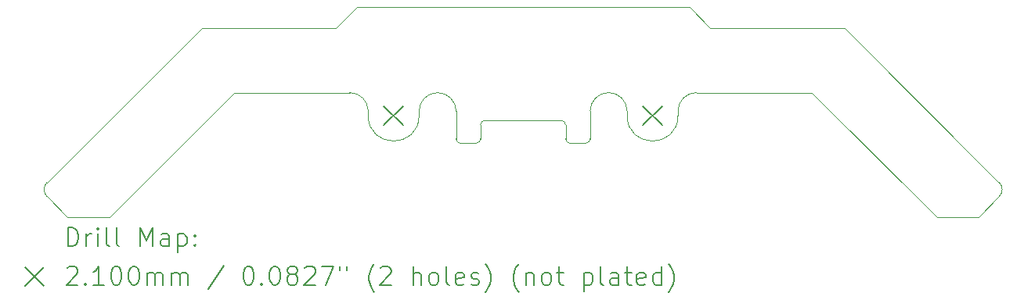
<source format=gbr>
%TF.GenerationSoftware,KiCad,Pcbnew,8.0.4*%
%TF.CreationDate,2024-11-30T14:16:21+01:00*%
%TF.ProjectId,Sensor_PCB,53656e73-6f72-45f5-9043-422e6b696361,rev?*%
%TF.SameCoordinates,Original*%
%TF.FileFunction,Drillmap*%
%TF.FilePolarity,Positive*%
%FSLAX45Y45*%
G04 Gerber Fmt 4.5, Leading zero omitted, Abs format (unit mm)*
G04 Created by KiCad (PCBNEW 8.0.4) date 2024-11-30 14:16:21*
%MOMM*%
%LPD*%
G01*
G04 APERTURE LIST*
%ADD10C,0.050000*%
%ADD11C,0.200000*%
%ADD12C,0.210000*%
G04 APERTURE END LIST*
D10*
X9450000Y-5575000D02*
X9300000Y-5575000D01*
X10400000Y-5575000D02*
G75*
G02*
X10600000Y-5775000I0J-200000D01*
G01*
X9300000Y-4875000D02*
X9525000Y-4650000D01*
X7850000Y-4875000D02*
X9300000Y-4875000D01*
X9650000Y-5825000D02*
X9650000Y-5775000D01*
X11735355Y-5875000D02*
G75*
G02*
X11785350Y-5925000I5J-49990D01*
G01*
X10200000Y-5775000D02*
G75*
G02*
X10400000Y-5575000I200000J0D01*
G01*
X12250000Y-5575000D02*
G75*
G02*
X12450000Y-5775000I0J-200000D01*
G01*
X16475000Y-6550000D02*
G75*
G02*
X16475000Y-6700000I-75000J-75000D01*
G01*
X13350000Y-4875000D02*
X13125000Y-4650000D01*
X14800000Y-4875000D02*
X16475000Y-6550000D01*
X14450000Y-5575000D02*
X15800000Y-6925000D01*
X10864645Y-5925355D02*
X10864645Y-6075000D01*
X11835355Y-6125000D02*
G75*
G02*
X11785350Y-6075000I5J50010D01*
G01*
X14800000Y-4875000D02*
X13350000Y-4875000D01*
X13000000Y-5775000D02*
X13000000Y-5825000D01*
X7850000Y-4875000D02*
X6175000Y-6550000D01*
X13350000Y-5575000D02*
X14450000Y-5575000D01*
X8200000Y-5575000D02*
X6850000Y-6925000D01*
X6400000Y-6925000D02*
X6175000Y-6700000D01*
X12050000Y-5775000D02*
X12050000Y-6075000D01*
X10650000Y-6125000D02*
G75*
G02*
X10600000Y-6075000I0J50000D01*
G01*
X9450000Y-5575000D02*
G75*
G02*
X9650000Y-5775000I0J-200000D01*
G01*
X12000000Y-6125000D02*
X11850000Y-6125000D01*
X6850000Y-6925000D02*
X6400000Y-6925000D01*
X12050000Y-6075000D02*
G75*
G02*
X12000000Y-6125000I-50000J0D01*
G01*
X12450000Y-5825000D02*
X12450000Y-5775000D01*
X16475000Y-6700000D02*
X16250000Y-6925000D01*
X12050000Y-5775000D02*
G75*
G02*
X12250000Y-5575000I200000J0D01*
G01*
X13000000Y-5775000D02*
G75*
G02*
X13200000Y-5575000I200000J0D01*
G01*
X9525000Y-4650000D02*
X11325000Y-4650000D01*
X13350000Y-5575000D02*
X13200000Y-5575000D01*
X13000000Y-5825000D02*
G75*
G02*
X12450000Y-5825000I-275000J0D01*
G01*
X10800000Y-6125000D02*
X10650000Y-6125000D01*
X10864645Y-6075000D02*
G75*
G02*
X10814645Y-6124995I-49995J0D01*
G01*
X9300000Y-5575000D02*
X8200000Y-5575000D01*
X10600000Y-5775000D02*
X10600000Y-6075000D01*
X11850000Y-6125000D02*
X11835355Y-6125000D01*
X10800000Y-6125000D02*
X10814645Y-6125000D01*
X10864645Y-5925000D02*
G75*
G02*
X10914645Y-5874995I50005J0D01*
G01*
X10200000Y-5825000D02*
G75*
G02*
X9650000Y-5825000I-275000J0D01*
G01*
X11785355Y-6075000D02*
X11785355Y-5925000D01*
X10914645Y-5875000D02*
X11735355Y-5875000D01*
X15800000Y-6925000D02*
X16250000Y-6925000D01*
X13125000Y-4650000D02*
X11325000Y-4650000D01*
X10200000Y-5825000D02*
X10200000Y-5775000D01*
X6175000Y-6700000D02*
G75*
G02*
X6175000Y-6550000I75000J75000D01*
G01*
D11*
D12*
X9820000Y-5720000D02*
X10030000Y-5930000D01*
X10030000Y-5720000D02*
X9820000Y-5930000D01*
X12620000Y-5720000D02*
X12830000Y-5930000D01*
X12830000Y-5720000D02*
X12620000Y-5930000D01*
D11*
X6402211Y-7238984D02*
X6402211Y-7038984D01*
X6402211Y-7038984D02*
X6449830Y-7038984D01*
X6449830Y-7038984D02*
X6478401Y-7048508D01*
X6478401Y-7048508D02*
X6497449Y-7067555D01*
X6497449Y-7067555D02*
X6506973Y-7086603D01*
X6506973Y-7086603D02*
X6516496Y-7124698D01*
X6516496Y-7124698D02*
X6516496Y-7153269D01*
X6516496Y-7153269D02*
X6506973Y-7191365D01*
X6506973Y-7191365D02*
X6497449Y-7210412D01*
X6497449Y-7210412D02*
X6478401Y-7229460D01*
X6478401Y-7229460D02*
X6449830Y-7238984D01*
X6449830Y-7238984D02*
X6402211Y-7238984D01*
X6602211Y-7238984D02*
X6602211Y-7105650D01*
X6602211Y-7143746D02*
X6611735Y-7124698D01*
X6611735Y-7124698D02*
X6621258Y-7115174D01*
X6621258Y-7115174D02*
X6640306Y-7105650D01*
X6640306Y-7105650D02*
X6659354Y-7105650D01*
X6726020Y-7238984D02*
X6726020Y-7105650D01*
X6726020Y-7038984D02*
X6716496Y-7048508D01*
X6716496Y-7048508D02*
X6726020Y-7058031D01*
X6726020Y-7058031D02*
X6735544Y-7048508D01*
X6735544Y-7048508D02*
X6726020Y-7038984D01*
X6726020Y-7038984D02*
X6726020Y-7058031D01*
X6849830Y-7238984D02*
X6830782Y-7229460D01*
X6830782Y-7229460D02*
X6821258Y-7210412D01*
X6821258Y-7210412D02*
X6821258Y-7038984D01*
X6954592Y-7238984D02*
X6935544Y-7229460D01*
X6935544Y-7229460D02*
X6926020Y-7210412D01*
X6926020Y-7210412D02*
X6926020Y-7038984D01*
X7183163Y-7238984D02*
X7183163Y-7038984D01*
X7183163Y-7038984D02*
X7249830Y-7181841D01*
X7249830Y-7181841D02*
X7316496Y-7038984D01*
X7316496Y-7038984D02*
X7316496Y-7238984D01*
X7497449Y-7238984D02*
X7497449Y-7134222D01*
X7497449Y-7134222D02*
X7487925Y-7115174D01*
X7487925Y-7115174D02*
X7468877Y-7105650D01*
X7468877Y-7105650D02*
X7430782Y-7105650D01*
X7430782Y-7105650D02*
X7411735Y-7115174D01*
X7497449Y-7229460D02*
X7478401Y-7238984D01*
X7478401Y-7238984D02*
X7430782Y-7238984D01*
X7430782Y-7238984D02*
X7411735Y-7229460D01*
X7411735Y-7229460D02*
X7402211Y-7210412D01*
X7402211Y-7210412D02*
X7402211Y-7191365D01*
X7402211Y-7191365D02*
X7411735Y-7172317D01*
X7411735Y-7172317D02*
X7430782Y-7162793D01*
X7430782Y-7162793D02*
X7478401Y-7162793D01*
X7478401Y-7162793D02*
X7497449Y-7153269D01*
X7592687Y-7105650D02*
X7592687Y-7305650D01*
X7592687Y-7115174D02*
X7611735Y-7105650D01*
X7611735Y-7105650D02*
X7649830Y-7105650D01*
X7649830Y-7105650D02*
X7668877Y-7115174D01*
X7668877Y-7115174D02*
X7678401Y-7124698D01*
X7678401Y-7124698D02*
X7687925Y-7143746D01*
X7687925Y-7143746D02*
X7687925Y-7200888D01*
X7687925Y-7200888D02*
X7678401Y-7219936D01*
X7678401Y-7219936D02*
X7668877Y-7229460D01*
X7668877Y-7229460D02*
X7649830Y-7238984D01*
X7649830Y-7238984D02*
X7611735Y-7238984D01*
X7611735Y-7238984D02*
X7592687Y-7229460D01*
X7773639Y-7219936D02*
X7783163Y-7229460D01*
X7783163Y-7229460D02*
X7773639Y-7238984D01*
X7773639Y-7238984D02*
X7764116Y-7229460D01*
X7764116Y-7229460D02*
X7773639Y-7219936D01*
X7773639Y-7219936D02*
X7773639Y-7238984D01*
X7773639Y-7115174D02*
X7783163Y-7124698D01*
X7783163Y-7124698D02*
X7773639Y-7134222D01*
X7773639Y-7134222D02*
X7764116Y-7124698D01*
X7764116Y-7124698D02*
X7773639Y-7115174D01*
X7773639Y-7115174D02*
X7773639Y-7134222D01*
X5941434Y-7467500D02*
X6141434Y-7667500D01*
X6141434Y-7467500D02*
X5941434Y-7667500D01*
X6392687Y-7478031D02*
X6402211Y-7468508D01*
X6402211Y-7468508D02*
X6421258Y-7458984D01*
X6421258Y-7458984D02*
X6468877Y-7458984D01*
X6468877Y-7458984D02*
X6487925Y-7468508D01*
X6487925Y-7468508D02*
X6497449Y-7478031D01*
X6497449Y-7478031D02*
X6506973Y-7497079D01*
X6506973Y-7497079D02*
X6506973Y-7516127D01*
X6506973Y-7516127D02*
X6497449Y-7544698D01*
X6497449Y-7544698D02*
X6383163Y-7658984D01*
X6383163Y-7658984D02*
X6506973Y-7658984D01*
X6592687Y-7639936D02*
X6602211Y-7649460D01*
X6602211Y-7649460D02*
X6592687Y-7658984D01*
X6592687Y-7658984D02*
X6583163Y-7649460D01*
X6583163Y-7649460D02*
X6592687Y-7639936D01*
X6592687Y-7639936D02*
X6592687Y-7658984D01*
X6792687Y-7658984D02*
X6678401Y-7658984D01*
X6735544Y-7658984D02*
X6735544Y-7458984D01*
X6735544Y-7458984D02*
X6716496Y-7487555D01*
X6716496Y-7487555D02*
X6697449Y-7506603D01*
X6697449Y-7506603D02*
X6678401Y-7516127D01*
X6916496Y-7458984D02*
X6935544Y-7458984D01*
X6935544Y-7458984D02*
X6954592Y-7468508D01*
X6954592Y-7468508D02*
X6964116Y-7478031D01*
X6964116Y-7478031D02*
X6973639Y-7497079D01*
X6973639Y-7497079D02*
X6983163Y-7535174D01*
X6983163Y-7535174D02*
X6983163Y-7582793D01*
X6983163Y-7582793D02*
X6973639Y-7620888D01*
X6973639Y-7620888D02*
X6964116Y-7639936D01*
X6964116Y-7639936D02*
X6954592Y-7649460D01*
X6954592Y-7649460D02*
X6935544Y-7658984D01*
X6935544Y-7658984D02*
X6916496Y-7658984D01*
X6916496Y-7658984D02*
X6897449Y-7649460D01*
X6897449Y-7649460D02*
X6887925Y-7639936D01*
X6887925Y-7639936D02*
X6878401Y-7620888D01*
X6878401Y-7620888D02*
X6868877Y-7582793D01*
X6868877Y-7582793D02*
X6868877Y-7535174D01*
X6868877Y-7535174D02*
X6878401Y-7497079D01*
X6878401Y-7497079D02*
X6887925Y-7478031D01*
X6887925Y-7478031D02*
X6897449Y-7468508D01*
X6897449Y-7468508D02*
X6916496Y-7458984D01*
X7106973Y-7458984D02*
X7126020Y-7458984D01*
X7126020Y-7458984D02*
X7145068Y-7468508D01*
X7145068Y-7468508D02*
X7154592Y-7478031D01*
X7154592Y-7478031D02*
X7164116Y-7497079D01*
X7164116Y-7497079D02*
X7173639Y-7535174D01*
X7173639Y-7535174D02*
X7173639Y-7582793D01*
X7173639Y-7582793D02*
X7164116Y-7620888D01*
X7164116Y-7620888D02*
X7154592Y-7639936D01*
X7154592Y-7639936D02*
X7145068Y-7649460D01*
X7145068Y-7649460D02*
X7126020Y-7658984D01*
X7126020Y-7658984D02*
X7106973Y-7658984D01*
X7106973Y-7658984D02*
X7087925Y-7649460D01*
X7087925Y-7649460D02*
X7078401Y-7639936D01*
X7078401Y-7639936D02*
X7068877Y-7620888D01*
X7068877Y-7620888D02*
X7059354Y-7582793D01*
X7059354Y-7582793D02*
X7059354Y-7535174D01*
X7059354Y-7535174D02*
X7068877Y-7497079D01*
X7068877Y-7497079D02*
X7078401Y-7478031D01*
X7078401Y-7478031D02*
X7087925Y-7468508D01*
X7087925Y-7468508D02*
X7106973Y-7458984D01*
X7259354Y-7658984D02*
X7259354Y-7525650D01*
X7259354Y-7544698D02*
X7268877Y-7535174D01*
X7268877Y-7535174D02*
X7287925Y-7525650D01*
X7287925Y-7525650D02*
X7316497Y-7525650D01*
X7316497Y-7525650D02*
X7335544Y-7535174D01*
X7335544Y-7535174D02*
X7345068Y-7554222D01*
X7345068Y-7554222D02*
X7345068Y-7658984D01*
X7345068Y-7554222D02*
X7354592Y-7535174D01*
X7354592Y-7535174D02*
X7373639Y-7525650D01*
X7373639Y-7525650D02*
X7402211Y-7525650D01*
X7402211Y-7525650D02*
X7421258Y-7535174D01*
X7421258Y-7535174D02*
X7430782Y-7554222D01*
X7430782Y-7554222D02*
X7430782Y-7658984D01*
X7526020Y-7658984D02*
X7526020Y-7525650D01*
X7526020Y-7544698D02*
X7535544Y-7535174D01*
X7535544Y-7535174D02*
X7554592Y-7525650D01*
X7554592Y-7525650D02*
X7583163Y-7525650D01*
X7583163Y-7525650D02*
X7602211Y-7535174D01*
X7602211Y-7535174D02*
X7611735Y-7554222D01*
X7611735Y-7554222D02*
X7611735Y-7658984D01*
X7611735Y-7554222D02*
X7621258Y-7535174D01*
X7621258Y-7535174D02*
X7640306Y-7525650D01*
X7640306Y-7525650D02*
X7668877Y-7525650D01*
X7668877Y-7525650D02*
X7687925Y-7535174D01*
X7687925Y-7535174D02*
X7697449Y-7554222D01*
X7697449Y-7554222D02*
X7697449Y-7658984D01*
X8087925Y-7449460D02*
X7916497Y-7706603D01*
X8345068Y-7458984D02*
X8364116Y-7458984D01*
X8364116Y-7458984D02*
X8383163Y-7468508D01*
X8383163Y-7468508D02*
X8392687Y-7478031D01*
X8392687Y-7478031D02*
X8402211Y-7497079D01*
X8402211Y-7497079D02*
X8411735Y-7535174D01*
X8411735Y-7535174D02*
X8411735Y-7582793D01*
X8411735Y-7582793D02*
X8402211Y-7620888D01*
X8402211Y-7620888D02*
X8392687Y-7639936D01*
X8392687Y-7639936D02*
X8383163Y-7649460D01*
X8383163Y-7649460D02*
X8364116Y-7658984D01*
X8364116Y-7658984D02*
X8345068Y-7658984D01*
X8345068Y-7658984D02*
X8326020Y-7649460D01*
X8326020Y-7649460D02*
X8316497Y-7639936D01*
X8316497Y-7639936D02*
X8306973Y-7620888D01*
X8306973Y-7620888D02*
X8297449Y-7582793D01*
X8297449Y-7582793D02*
X8297449Y-7535174D01*
X8297449Y-7535174D02*
X8306973Y-7497079D01*
X8306973Y-7497079D02*
X8316497Y-7478031D01*
X8316497Y-7478031D02*
X8326020Y-7468508D01*
X8326020Y-7468508D02*
X8345068Y-7458984D01*
X8497449Y-7639936D02*
X8506973Y-7649460D01*
X8506973Y-7649460D02*
X8497449Y-7658984D01*
X8497449Y-7658984D02*
X8487925Y-7649460D01*
X8487925Y-7649460D02*
X8497449Y-7639936D01*
X8497449Y-7639936D02*
X8497449Y-7658984D01*
X8630782Y-7458984D02*
X8649830Y-7458984D01*
X8649830Y-7458984D02*
X8668878Y-7468508D01*
X8668878Y-7468508D02*
X8678402Y-7478031D01*
X8678402Y-7478031D02*
X8687925Y-7497079D01*
X8687925Y-7497079D02*
X8697449Y-7535174D01*
X8697449Y-7535174D02*
X8697449Y-7582793D01*
X8697449Y-7582793D02*
X8687925Y-7620888D01*
X8687925Y-7620888D02*
X8678402Y-7639936D01*
X8678402Y-7639936D02*
X8668878Y-7649460D01*
X8668878Y-7649460D02*
X8649830Y-7658984D01*
X8649830Y-7658984D02*
X8630782Y-7658984D01*
X8630782Y-7658984D02*
X8611735Y-7649460D01*
X8611735Y-7649460D02*
X8602211Y-7639936D01*
X8602211Y-7639936D02*
X8592687Y-7620888D01*
X8592687Y-7620888D02*
X8583163Y-7582793D01*
X8583163Y-7582793D02*
X8583163Y-7535174D01*
X8583163Y-7535174D02*
X8592687Y-7497079D01*
X8592687Y-7497079D02*
X8602211Y-7478031D01*
X8602211Y-7478031D02*
X8611735Y-7468508D01*
X8611735Y-7468508D02*
X8630782Y-7458984D01*
X8811735Y-7544698D02*
X8792687Y-7535174D01*
X8792687Y-7535174D02*
X8783163Y-7525650D01*
X8783163Y-7525650D02*
X8773640Y-7506603D01*
X8773640Y-7506603D02*
X8773640Y-7497079D01*
X8773640Y-7497079D02*
X8783163Y-7478031D01*
X8783163Y-7478031D02*
X8792687Y-7468508D01*
X8792687Y-7468508D02*
X8811735Y-7458984D01*
X8811735Y-7458984D02*
X8849830Y-7458984D01*
X8849830Y-7458984D02*
X8868878Y-7468508D01*
X8868878Y-7468508D02*
X8878402Y-7478031D01*
X8878402Y-7478031D02*
X8887925Y-7497079D01*
X8887925Y-7497079D02*
X8887925Y-7506603D01*
X8887925Y-7506603D02*
X8878402Y-7525650D01*
X8878402Y-7525650D02*
X8868878Y-7535174D01*
X8868878Y-7535174D02*
X8849830Y-7544698D01*
X8849830Y-7544698D02*
X8811735Y-7544698D01*
X8811735Y-7544698D02*
X8792687Y-7554222D01*
X8792687Y-7554222D02*
X8783163Y-7563746D01*
X8783163Y-7563746D02*
X8773640Y-7582793D01*
X8773640Y-7582793D02*
X8773640Y-7620888D01*
X8773640Y-7620888D02*
X8783163Y-7639936D01*
X8783163Y-7639936D02*
X8792687Y-7649460D01*
X8792687Y-7649460D02*
X8811735Y-7658984D01*
X8811735Y-7658984D02*
X8849830Y-7658984D01*
X8849830Y-7658984D02*
X8868878Y-7649460D01*
X8868878Y-7649460D02*
X8878402Y-7639936D01*
X8878402Y-7639936D02*
X8887925Y-7620888D01*
X8887925Y-7620888D02*
X8887925Y-7582793D01*
X8887925Y-7582793D02*
X8878402Y-7563746D01*
X8878402Y-7563746D02*
X8868878Y-7554222D01*
X8868878Y-7554222D02*
X8849830Y-7544698D01*
X8964116Y-7478031D02*
X8973640Y-7468508D01*
X8973640Y-7468508D02*
X8992687Y-7458984D01*
X8992687Y-7458984D02*
X9040306Y-7458984D01*
X9040306Y-7458984D02*
X9059354Y-7468508D01*
X9059354Y-7468508D02*
X9068878Y-7478031D01*
X9068878Y-7478031D02*
X9078402Y-7497079D01*
X9078402Y-7497079D02*
X9078402Y-7516127D01*
X9078402Y-7516127D02*
X9068878Y-7544698D01*
X9068878Y-7544698D02*
X8954592Y-7658984D01*
X8954592Y-7658984D02*
X9078402Y-7658984D01*
X9145068Y-7458984D02*
X9278402Y-7458984D01*
X9278402Y-7458984D02*
X9192687Y-7658984D01*
X9345068Y-7458984D02*
X9345068Y-7497079D01*
X9421259Y-7458984D02*
X9421259Y-7497079D01*
X9716497Y-7735174D02*
X9706973Y-7725650D01*
X9706973Y-7725650D02*
X9687925Y-7697079D01*
X9687925Y-7697079D02*
X9678402Y-7678031D01*
X9678402Y-7678031D02*
X9668878Y-7649460D01*
X9668878Y-7649460D02*
X9659354Y-7601841D01*
X9659354Y-7601841D02*
X9659354Y-7563746D01*
X9659354Y-7563746D02*
X9668878Y-7516127D01*
X9668878Y-7516127D02*
X9678402Y-7487555D01*
X9678402Y-7487555D02*
X9687925Y-7468508D01*
X9687925Y-7468508D02*
X9706973Y-7439936D01*
X9706973Y-7439936D02*
X9716497Y-7430412D01*
X9783164Y-7478031D02*
X9792687Y-7468508D01*
X9792687Y-7468508D02*
X9811735Y-7458984D01*
X9811735Y-7458984D02*
X9859354Y-7458984D01*
X9859354Y-7458984D02*
X9878402Y-7468508D01*
X9878402Y-7468508D02*
X9887925Y-7478031D01*
X9887925Y-7478031D02*
X9897449Y-7497079D01*
X9897449Y-7497079D02*
X9897449Y-7516127D01*
X9897449Y-7516127D02*
X9887925Y-7544698D01*
X9887925Y-7544698D02*
X9773640Y-7658984D01*
X9773640Y-7658984D02*
X9897449Y-7658984D01*
X10135545Y-7658984D02*
X10135545Y-7458984D01*
X10221259Y-7658984D02*
X10221259Y-7554222D01*
X10221259Y-7554222D02*
X10211735Y-7535174D01*
X10211735Y-7535174D02*
X10192687Y-7525650D01*
X10192687Y-7525650D02*
X10164116Y-7525650D01*
X10164116Y-7525650D02*
X10145068Y-7535174D01*
X10145068Y-7535174D02*
X10135545Y-7544698D01*
X10345068Y-7658984D02*
X10326021Y-7649460D01*
X10326021Y-7649460D02*
X10316497Y-7639936D01*
X10316497Y-7639936D02*
X10306973Y-7620888D01*
X10306973Y-7620888D02*
X10306973Y-7563746D01*
X10306973Y-7563746D02*
X10316497Y-7544698D01*
X10316497Y-7544698D02*
X10326021Y-7535174D01*
X10326021Y-7535174D02*
X10345068Y-7525650D01*
X10345068Y-7525650D02*
X10373640Y-7525650D01*
X10373640Y-7525650D02*
X10392687Y-7535174D01*
X10392687Y-7535174D02*
X10402211Y-7544698D01*
X10402211Y-7544698D02*
X10411735Y-7563746D01*
X10411735Y-7563746D02*
X10411735Y-7620888D01*
X10411735Y-7620888D02*
X10402211Y-7639936D01*
X10402211Y-7639936D02*
X10392687Y-7649460D01*
X10392687Y-7649460D02*
X10373640Y-7658984D01*
X10373640Y-7658984D02*
X10345068Y-7658984D01*
X10526021Y-7658984D02*
X10506973Y-7649460D01*
X10506973Y-7649460D02*
X10497449Y-7630412D01*
X10497449Y-7630412D02*
X10497449Y-7458984D01*
X10678402Y-7649460D02*
X10659354Y-7658984D01*
X10659354Y-7658984D02*
X10621259Y-7658984D01*
X10621259Y-7658984D02*
X10602211Y-7649460D01*
X10602211Y-7649460D02*
X10592687Y-7630412D01*
X10592687Y-7630412D02*
X10592687Y-7554222D01*
X10592687Y-7554222D02*
X10602211Y-7535174D01*
X10602211Y-7535174D02*
X10621259Y-7525650D01*
X10621259Y-7525650D02*
X10659354Y-7525650D01*
X10659354Y-7525650D02*
X10678402Y-7535174D01*
X10678402Y-7535174D02*
X10687926Y-7554222D01*
X10687926Y-7554222D02*
X10687926Y-7573269D01*
X10687926Y-7573269D02*
X10592687Y-7592317D01*
X10764116Y-7649460D02*
X10783164Y-7658984D01*
X10783164Y-7658984D02*
X10821259Y-7658984D01*
X10821259Y-7658984D02*
X10840307Y-7649460D01*
X10840307Y-7649460D02*
X10849830Y-7630412D01*
X10849830Y-7630412D02*
X10849830Y-7620888D01*
X10849830Y-7620888D02*
X10840307Y-7601841D01*
X10840307Y-7601841D02*
X10821259Y-7592317D01*
X10821259Y-7592317D02*
X10792687Y-7592317D01*
X10792687Y-7592317D02*
X10773640Y-7582793D01*
X10773640Y-7582793D02*
X10764116Y-7563746D01*
X10764116Y-7563746D02*
X10764116Y-7554222D01*
X10764116Y-7554222D02*
X10773640Y-7535174D01*
X10773640Y-7535174D02*
X10792687Y-7525650D01*
X10792687Y-7525650D02*
X10821259Y-7525650D01*
X10821259Y-7525650D02*
X10840307Y-7535174D01*
X10916497Y-7735174D02*
X10926021Y-7725650D01*
X10926021Y-7725650D02*
X10945068Y-7697079D01*
X10945068Y-7697079D02*
X10954592Y-7678031D01*
X10954592Y-7678031D02*
X10964116Y-7649460D01*
X10964116Y-7649460D02*
X10973640Y-7601841D01*
X10973640Y-7601841D02*
X10973640Y-7563746D01*
X10973640Y-7563746D02*
X10964116Y-7516127D01*
X10964116Y-7516127D02*
X10954592Y-7487555D01*
X10954592Y-7487555D02*
X10945068Y-7468508D01*
X10945068Y-7468508D02*
X10926021Y-7439936D01*
X10926021Y-7439936D02*
X10916497Y-7430412D01*
X11278402Y-7735174D02*
X11268878Y-7725650D01*
X11268878Y-7725650D02*
X11249830Y-7697079D01*
X11249830Y-7697079D02*
X11240306Y-7678031D01*
X11240306Y-7678031D02*
X11230783Y-7649460D01*
X11230783Y-7649460D02*
X11221259Y-7601841D01*
X11221259Y-7601841D02*
X11221259Y-7563746D01*
X11221259Y-7563746D02*
X11230783Y-7516127D01*
X11230783Y-7516127D02*
X11240306Y-7487555D01*
X11240306Y-7487555D02*
X11249830Y-7468508D01*
X11249830Y-7468508D02*
X11268878Y-7439936D01*
X11268878Y-7439936D02*
X11278402Y-7430412D01*
X11354592Y-7525650D02*
X11354592Y-7658984D01*
X11354592Y-7544698D02*
X11364116Y-7535174D01*
X11364116Y-7535174D02*
X11383164Y-7525650D01*
X11383164Y-7525650D02*
X11411735Y-7525650D01*
X11411735Y-7525650D02*
X11430783Y-7535174D01*
X11430783Y-7535174D02*
X11440306Y-7554222D01*
X11440306Y-7554222D02*
X11440306Y-7658984D01*
X11564116Y-7658984D02*
X11545068Y-7649460D01*
X11545068Y-7649460D02*
X11535545Y-7639936D01*
X11535545Y-7639936D02*
X11526021Y-7620888D01*
X11526021Y-7620888D02*
X11526021Y-7563746D01*
X11526021Y-7563746D02*
X11535545Y-7544698D01*
X11535545Y-7544698D02*
X11545068Y-7535174D01*
X11545068Y-7535174D02*
X11564116Y-7525650D01*
X11564116Y-7525650D02*
X11592687Y-7525650D01*
X11592687Y-7525650D02*
X11611735Y-7535174D01*
X11611735Y-7535174D02*
X11621259Y-7544698D01*
X11621259Y-7544698D02*
X11630783Y-7563746D01*
X11630783Y-7563746D02*
X11630783Y-7620888D01*
X11630783Y-7620888D02*
X11621259Y-7639936D01*
X11621259Y-7639936D02*
X11611735Y-7649460D01*
X11611735Y-7649460D02*
X11592687Y-7658984D01*
X11592687Y-7658984D02*
X11564116Y-7658984D01*
X11687926Y-7525650D02*
X11764116Y-7525650D01*
X11716497Y-7458984D02*
X11716497Y-7630412D01*
X11716497Y-7630412D02*
X11726021Y-7649460D01*
X11726021Y-7649460D02*
X11745068Y-7658984D01*
X11745068Y-7658984D02*
X11764116Y-7658984D01*
X11983164Y-7525650D02*
X11983164Y-7725650D01*
X11983164Y-7535174D02*
X12002211Y-7525650D01*
X12002211Y-7525650D02*
X12040307Y-7525650D01*
X12040307Y-7525650D02*
X12059354Y-7535174D01*
X12059354Y-7535174D02*
X12068878Y-7544698D01*
X12068878Y-7544698D02*
X12078402Y-7563746D01*
X12078402Y-7563746D02*
X12078402Y-7620888D01*
X12078402Y-7620888D02*
X12068878Y-7639936D01*
X12068878Y-7639936D02*
X12059354Y-7649460D01*
X12059354Y-7649460D02*
X12040307Y-7658984D01*
X12040307Y-7658984D02*
X12002211Y-7658984D01*
X12002211Y-7658984D02*
X11983164Y-7649460D01*
X12192687Y-7658984D02*
X12173640Y-7649460D01*
X12173640Y-7649460D02*
X12164116Y-7630412D01*
X12164116Y-7630412D02*
X12164116Y-7458984D01*
X12354592Y-7658984D02*
X12354592Y-7554222D01*
X12354592Y-7554222D02*
X12345068Y-7535174D01*
X12345068Y-7535174D02*
X12326021Y-7525650D01*
X12326021Y-7525650D02*
X12287926Y-7525650D01*
X12287926Y-7525650D02*
X12268878Y-7535174D01*
X12354592Y-7649460D02*
X12335545Y-7658984D01*
X12335545Y-7658984D02*
X12287926Y-7658984D01*
X12287926Y-7658984D02*
X12268878Y-7649460D01*
X12268878Y-7649460D02*
X12259354Y-7630412D01*
X12259354Y-7630412D02*
X12259354Y-7611365D01*
X12259354Y-7611365D02*
X12268878Y-7592317D01*
X12268878Y-7592317D02*
X12287926Y-7582793D01*
X12287926Y-7582793D02*
X12335545Y-7582793D01*
X12335545Y-7582793D02*
X12354592Y-7573269D01*
X12421259Y-7525650D02*
X12497449Y-7525650D01*
X12449830Y-7458984D02*
X12449830Y-7630412D01*
X12449830Y-7630412D02*
X12459354Y-7649460D01*
X12459354Y-7649460D02*
X12478402Y-7658984D01*
X12478402Y-7658984D02*
X12497449Y-7658984D01*
X12640307Y-7649460D02*
X12621259Y-7658984D01*
X12621259Y-7658984D02*
X12583164Y-7658984D01*
X12583164Y-7658984D02*
X12564116Y-7649460D01*
X12564116Y-7649460D02*
X12554592Y-7630412D01*
X12554592Y-7630412D02*
X12554592Y-7554222D01*
X12554592Y-7554222D02*
X12564116Y-7535174D01*
X12564116Y-7535174D02*
X12583164Y-7525650D01*
X12583164Y-7525650D02*
X12621259Y-7525650D01*
X12621259Y-7525650D02*
X12640307Y-7535174D01*
X12640307Y-7535174D02*
X12649830Y-7554222D01*
X12649830Y-7554222D02*
X12649830Y-7573269D01*
X12649830Y-7573269D02*
X12554592Y-7592317D01*
X12821259Y-7658984D02*
X12821259Y-7458984D01*
X12821259Y-7649460D02*
X12802211Y-7658984D01*
X12802211Y-7658984D02*
X12764116Y-7658984D01*
X12764116Y-7658984D02*
X12745068Y-7649460D01*
X12745068Y-7649460D02*
X12735545Y-7639936D01*
X12735545Y-7639936D02*
X12726021Y-7620888D01*
X12726021Y-7620888D02*
X12726021Y-7563746D01*
X12726021Y-7563746D02*
X12735545Y-7544698D01*
X12735545Y-7544698D02*
X12745068Y-7535174D01*
X12745068Y-7535174D02*
X12764116Y-7525650D01*
X12764116Y-7525650D02*
X12802211Y-7525650D01*
X12802211Y-7525650D02*
X12821259Y-7535174D01*
X12897449Y-7735174D02*
X12906973Y-7725650D01*
X12906973Y-7725650D02*
X12926021Y-7697079D01*
X12926021Y-7697079D02*
X12935545Y-7678031D01*
X12935545Y-7678031D02*
X12945068Y-7649460D01*
X12945068Y-7649460D02*
X12954592Y-7601841D01*
X12954592Y-7601841D02*
X12954592Y-7563746D01*
X12954592Y-7563746D02*
X12945068Y-7516127D01*
X12945068Y-7516127D02*
X12935545Y-7487555D01*
X12935545Y-7487555D02*
X12926021Y-7468508D01*
X12926021Y-7468508D02*
X12906973Y-7439936D01*
X12906973Y-7439936D02*
X12897449Y-7430412D01*
M02*

</source>
